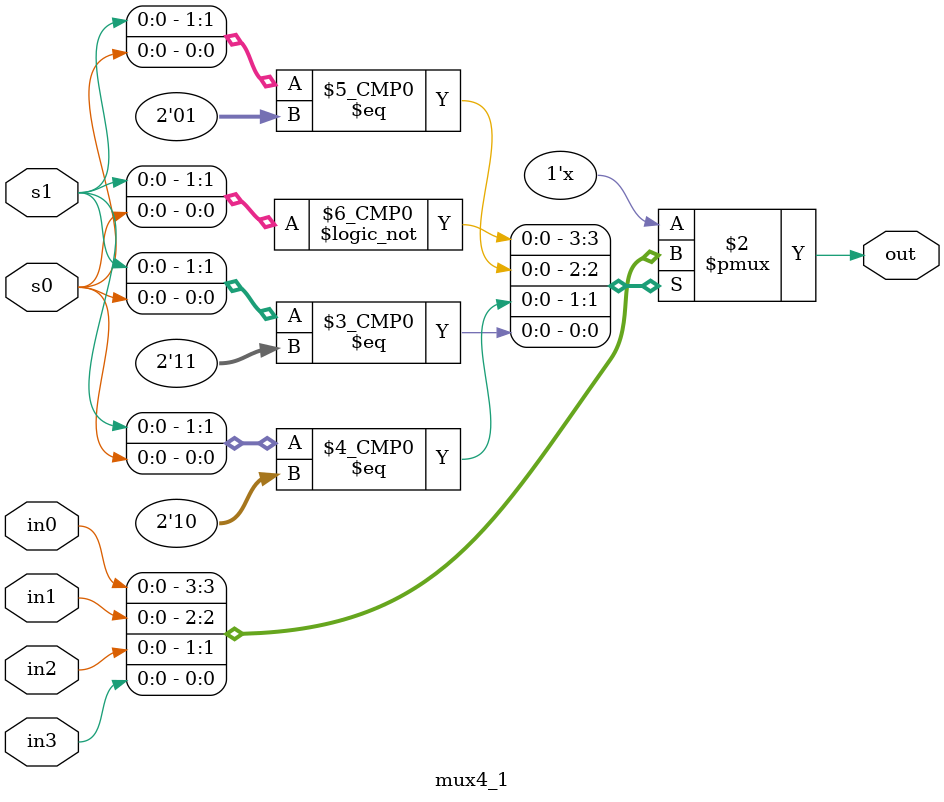
<source format=v>
module mux4_1(out,in0,in1,in2,in3,s0,s1);
output reg out;
input s0,s1; // 2 bit selector
input in0,in1,in2,in3; // 4 inputs

always @(*) begin //ational logic
// The always block is triggered whenever any of the inputs or selectors changeS
    case({s1,s0})
        2'b00: out = in0; // Select in0 when s1s0 = 00
        2'b01: out = in1; // Select in1 when s1s0 = 01
        2'b10: out = in2; // Select in2 when s1s0 = 10
        2'b11: out = in3; // Select in3 when s1s0 = 11
        default:out=1'bx;//default case out
    endcase
end 
endmodule
</source>
